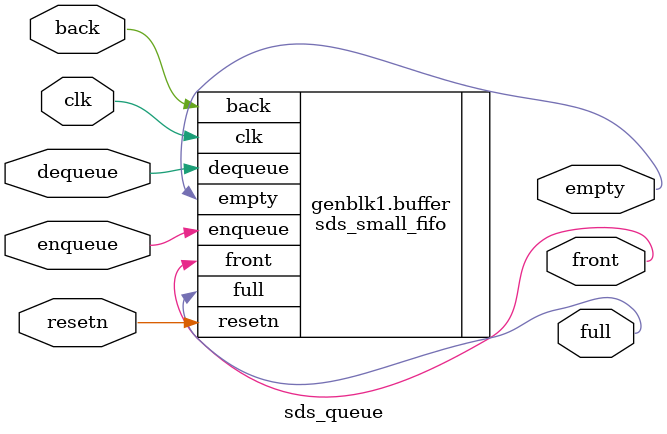
<source format=sv>
`timescale 1ns / 1ps

module sds_queue #(
    parameter WIDTH = 1,
    parameter LENGTH = 32,
    parameter FAMILY = "zynq"
)(
    input logic clk,
    input logic resetn,
    input logic enqueue,
    input logic dequeue,
    input logic [WIDTH-1:0] back,
    output logic [WIDTH-1:0] front,
    output logic full,
    output logic empty
);

if (LENGTH > 64) begin
    sds_fifo #(
        .WIDTH(WIDTH),
        .LENGTH(LENGTH)
    ) buffer (
        .clk(clk),
        .resetn(resetn),
        .enqueue(enqueue),
        .dequeue(dequeue),
        .back(back),
        .front(front),
        .full(full),
        .empty(empty)
    );
end else begin
    sds_small_fifo #(
        .WIDTH(WIDTH),
        .LENGTH(LENGTH)
    ) buffer (
        .clk(clk),
        .resetn(resetn),
        .enqueue(enqueue),
        .dequeue(dequeue),
        .back(back),
        .front(front),
        .full(full),
        .empty(empty)
    );
end

if (0) begin
    $error("Unsupported device");
end

endmodule

</source>
